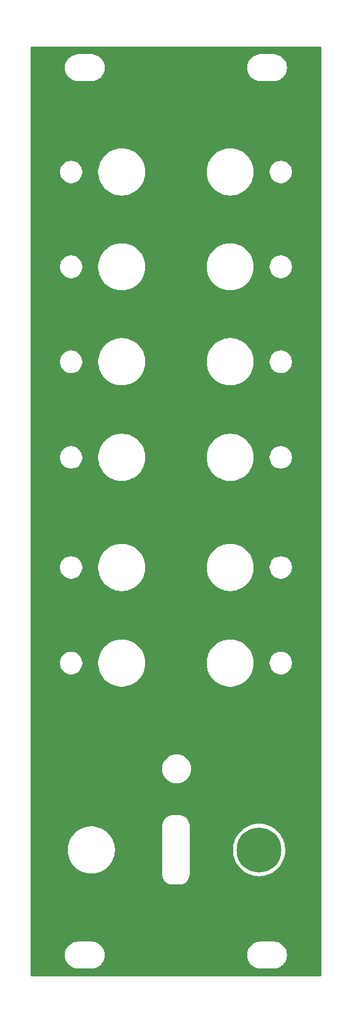
<source format=gbr>
G04 #@! TF.GenerationSoftware,KiCad,Pcbnew,8.0.4*
G04 #@! TF.CreationDate,2024-08-08T15:14:59+01:00*
G04 #@! TF.ProjectId,MidiMonger_panel,4d696469-4d6f-46e6-9765-725f70616e65,rev?*
G04 #@! TF.SameCoordinates,Original*
G04 #@! TF.FileFunction,Copper,L1,Top*
G04 #@! TF.FilePolarity,Positive*
%FSLAX46Y46*%
G04 Gerber Fmt 4.6, Leading zero omitted, Abs format (unit mm)*
G04 Created by KiCad (PCBNEW 8.0.4) date 2024-08-08 15:14:59*
%MOMM*%
%LPD*%
G01*
G04 APERTURE LIST*
G04 #@! TA.AperFunction,WasherPad*
%ADD10C,6.200000*%
G04 #@! TD*
G04 APERTURE END LIST*
D10*
X131500000Y-146000000D03*
G04 #@! TA.AperFunction,NonConductor*
G36*
X140016621Y-35095502D02*
G01*
X140063114Y-35149158D01*
X140074500Y-35201500D01*
X140074500Y-163298500D01*
X140054498Y-163366621D01*
X140000842Y-163413114D01*
X139948500Y-163424500D01*
X100051500Y-163424500D01*
X99983379Y-163404498D01*
X99936886Y-163350842D01*
X99925500Y-163298500D01*
X99925500Y-160378709D01*
X104649500Y-160378709D01*
X104649500Y-160621290D01*
X104681160Y-160861782D01*
X104743944Y-161096095D01*
X104743945Y-161096097D01*
X104743946Y-161096100D01*
X104836776Y-161320212D01*
X104836777Y-161320213D01*
X104836782Y-161320224D01*
X104958061Y-161530285D01*
X104958063Y-161530288D01*
X104958064Y-161530289D01*
X105105735Y-161722738D01*
X105105739Y-161722742D01*
X105105744Y-161722748D01*
X105277251Y-161894255D01*
X105277256Y-161894259D01*
X105277262Y-161894265D01*
X105469711Y-162041936D01*
X105469714Y-162041938D01*
X105679775Y-162163217D01*
X105679779Y-162163218D01*
X105679788Y-162163224D01*
X105903900Y-162256054D01*
X106138211Y-162318838D01*
X106138215Y-162318838D01*
X106138217Y-162318839D01*
X106200202Y-162326999D01*
X106378712Y-162350500D01*
X106378719Y-162350500D01*
X108421281Y-162350500D01*
X108421288Y-162350500D01*
X108638637Y-162321885D01*
X108661782Y-162318839D01*
X108661782Y-162318838D01*
X108661789Y-162318838D01*
X108896100Y-162256054D01*
X109120212Y-162163224D01*
X109330289Y-162041936D01*
X109522738Y-161894265D01*
X109694265Y-161722738D01*
X109841936Y-161530289D01*
X109963224Y-161320212D01*
X110056054Y-161096100D01*
X110118838Y-160861789D01*
X110150500Y-160621288D01*
X110150500Y-160378712D01*
X110150500Y-160378709D01*
X129849500Y-160378709D01*
X129849500Y-160621290D01*
X129881160Y-160861782D01*
X129943944Y-161096095D01*
X129943945Y-161096097D01*
X129943946Y-161096100D01*
X130036776Y-161320212D01*
X130036777Y-161320213D01*
X130036782Y-161320224D01*
X130158061Y-161530285D01*
X130158063Y-161530288D01*
X130158064Y-161530289D01*
X130305735Y-161722738D01*
X130305739Y-161722742D01*
X130305744Y-161722748D01*
X130477251Y-161894255D01*
X130477256Y-161894259D01*
X130477262Y-161894265D01*
X130669711Y-162041936D01*
X130669714Y-162041938D01*
X130879775Y-162163217D01*
X130879779Y-162163218D01*
X130879788Y-162163224D01*
X131103900Y-162256054D01*
X131338211Y-162318838D01*
X131338215Y-162318838D01*
X131338217Y-162318839D01*
X131400202Y-162326999D01*
X131578712Y-162350500D01*
X131578719Y-162350500D01*
X133621281Y-162350500D01*
X133621288Y-162350500D01*
X133838637Y-162321885D01*
X133861782Y-162318839D01*
X133861782Y-162318838D01*
X133861789Y-162318838D01*
X134096100Y-162256054D01*
X134320212Y-162163224D01*
X134530289Y-162041936D01*
X134722738Y-161894265D01*
X134894265Y-161722738D01*
X135041936Y-161530289D01*
X135163224Y-161320212D01*
X135256054Y-161096100D01*
X135318838Y-160861789D01*
X135350500Y-160621288D01*
X135350500Y-160378712D01*
X135318838Y-160138211D01*
X135256054Y-159903900D01*
X135163224Y-159679788D01*
X135163218Y-159679779D01*
X135163217Y-159679775D01*
X135041938Y-159469714D01*
X135041936Y-159469711D01*
X134894265Y-159277262D01*
X134894259Y-159277256D01*
X134894255Y-159277251D01*
X134722748Y-159105744D01*
X134722742Y-159105739D01*
X134722738Y-159105735D01*
X134530289Y-158958064D01*
X134530288Y-158958063D01*
X134530285Y-158958061D01*
X134320224Y-158836782D01*
X134320216Y-158836778D01*
X134320212Y-158836776D01*
X134096100Y-158743946D01*
X134096097Y-158743945D01*
X134096095Y-158743944D01*
X133861782Y-158681160D01*
X133621290Y-158649500D01*
X133621288Y-158649500D01*
X131578712Y-158649500D01*
X131578709Y-158649500D01*
X131338217Y-158681160D01*
X131103904Y-158743944D01*
X131103900Y-158743946D01*
X130879786Y-158836777D01*
X130879775Y-158836782D01*
X130669714Y-158958061D01*
X130477262Y-159105735D01*
X130477251Y-159105744D01*
X130305744Y-159277251D01*
X130305735Y-159277262D01*
X130158061Y-159469714D01*
X130036782Y-159679775D01*
X130036777Y-159679786D01*
X129943946Y-159903900D01*
X129943944Y-159903904D01*
X129881160Y-160138217D01*
X129849500Y-160378709D01*
X110150500Y-160378709D01*
X110118838Y-160138211D01*
X110056054Y-159903900D01*
X109963224Y-159679788D01*
X109963218Y-159679779D01*
X109963217Y-159679775D01*
X109841938Y-159469714D01*
X109841936Y-159469711D01*
X109694265Y-159277262D01*
X109694259Y-159277256D01*
X109694255Y-159277251D01*
X109522748Y-159105744D01*
X109522742Y-159105739D01*
X109522738Y-159105735D01*
X109330289Y-158958064D01*
X109330288Y-158958063D01*
X109330285Y-158958061D01*
X109120224Y-158836782D01*
X109120216Y-158836778D01*
X109120212Y-158836776D01*
X108896100Y-158743946D01*
X108896097Y-158743945D01*
X108896095Y-158743944D01*
X108661782Y-158681160D01*
X108421290Y-158649500D01*
X108421288Y-158649500D01*
X106378712Y-158649500D01*
X106378709Y-158649500D01*
X106138217Y-158681160D01*
X105903904Y-158743944D01*
X105903900Y-158743946D01*
X105679786Y-158836777D01*
X105679775Y-158836782D01*
X105469714Y-158958061D01*
X105277262Y-159105735D01*
X105277251Y-159105744D01*
X105105744Y-159277251D01*
X105105735Y-159277262D01*
X104958061Y-159469714D01*
X104836782Y-159679775D01*
X104836777Y-159679786D01*
X104743946Y-159903900D01*
X104743944Y-159903904D01*
X104681160Y-160138217D01*
X104649500Y-160378709D01*
X99925500Y-160378709D01*
X99925500Y-145840306D01*
X105049500Y-145840306D01*
X105049500Y-146159693D01*
X105080802Y-146477508D01*
X105080804Y-146477523D01*
X105143111Y-146790760D01*
X105235820Y-147096381D01*
X105235821Y-147096385D01*
X105358039Y-147391444D01*
X105508592Y-147673108D01*
X105686020Y-147938649D01*
X105686031Y-147938664D01*
X105888628Y-148185528D01*
X105888646Y-148185548D01*
X106114451Y-148411353D01*
X106114471Y-148411371D01*
X106122392Y-148417872D01*
X106361344Y-148613975D01*
X106626894Y-148791409D01*
X106908556Y-148941961D01*
X107203619Y-149064180D01*
X107509240Y-149156889D01*
X107822477Y-149219196D01*
X108140313Y-149250500D01*
X108140322Y-149250500D01*
X108459678Y-149250500D01*
X108459687Y-149250500D01*
X108777523Y-149219196D01*
X109090760Y-149156889D01*
X109396381Y-149064180D01*
X109691444Y-148941961D01*
X109973106Y-148791409D01*
X110238656Y-148613975D01*
X110485535Y-148411366D01*
X110711366Y-148185535D01*
X110913975Y-147938656D01*
X111091409Y-147673106D01*
X111241961Y-147391444D01*
X111364180Y-147096381D01*
X111456889Y-146790760D01*
X111519196Y-146477523D01*
X111550500Y-146159687D01*
X111550500Y-145840313D01*
X111519196Y-145522477D01*
X111456889Y-145209240D01*
X111364180Y-144903619D01*
X111241961Y-144608556D01*
X111091409Y-144326894D01*
X110913975Y-144061344D01*
X110711366Y-143814465D01*
X110711362Y-143814461D01*
X110711353Y-143814451D01*
X110485548Y-143588646D01*
X110485528Y-143588628D01*
X110238664Y-143386031D01*
X110238649Y-143386020D01*
X109973108Y-143208592D01*
X109691444Y-143058039D01*
X109396385Y-142935821D01*
X109396381Y-142935820D01*
X109090760Y-142843111D01*
X108881935Y-142801573D01*
X108777524Y-142780804D01*
X108777508Y-142780802D01*
X108459693Y-142749500D01*
X108459687Y-142749500D01*
X108140313Y-142749500D01*
X108140306Y-142749500D01*
X107822491Y-142780802D01*
X107822475Y-142780804D01*
X107613652Y-142822342D01*
X107509240Y-142843111D01*
X107356429Y-142889465D01*
X107203618Y-142935820D01*
X107203614Y-142935821D01*
X106908555Y-143058039D01*
X106626891Y-143208592D01*
X106361350Y-143386020D01*
X106361335Y-143386031D01*
X106114471Y-143588628D01*
X106114451Y-143588646D01*
X105888646Y-143814451D01*
X105888628Y-143814471D01*
X105686031Y-144061335D01*
X105686020Y-144061350D01*
X105508592Y-144326891D01*
X105358039Y-144608555D01*
X105235821Y-144903614D01*
X105235820Y-144903618D01*
X105143111Y-145209241D01*
X105080804Y-145522475D01*
X105080802Y-145522491D01*
X105049500Y-145840306D01*
X99925500Y-145840306D01*
X99925500Y-142639711D01*
X118123914Y-142639711D01*
X118124500Y-142643587D01*
X118124500Y-149375469D01*
X118124500Y-149400000D01*
X118124500Y-149508254D01*
X118155571Y-149704423D01*
X118158371Y-149722102D01*
X118219908Y-149911494D01*
X118225274Y-149928009D01*
X118323567Y-150120919D01*
X118393168Y-150216717D01*
X118450829Y-150296080D01*
X118603919Y-150449170D01*
X118603922Y-150449172D01*
X118779081Y-150576433D01*
X118971991Y-150674726D01*
X119177897Y-150741628D01*
X119177898Y-150741628D01*
X119177903Y-150741630D01*
X119391746Y-150775500D01*
X119484982Y-150775500D01*
X120456413Y-150775500D01*
X120460288Y-150776085D01*
X120476569Y-150775848D01*
X120476570Y-150775849D01*
X120498963Y-150775523D01*
X120499657Y-150775513D01*
X120501489Y-150775500D01*
X120524128Y-150775500D01*
X120527677Y-150775124D01*
X120609852Y-150773989D01*
X120824236Y-150737148D01*
X121030319Y-150667524D01*
X121223120Y-150566798D01*
X121397978Y-150437405D01*
X121550667Y-150282473D01*
X121677496Y-150105746D01*
X121775400Y-149911497D01*
X121842012Y-149704421D01*
X121875722Y-149489522D01*
X121875640Y-149380759D01*
X121875639Y-149356227D01*
X121875638Y-149356226D01*
X121875638Y-149336768D01*
X121875500Y-149335895D01*
X121875500Y-145999993D01*
X127886548Y-145999993D01*
X127886548Y-146000006D01*
X127906341Y-146377700D01*
X127965510Y-146751277D01*
X128063404Y-147116624D01*
X128198942Y-147469713D01*
X128198946Y-147469721D01*
X128370659Y-147806726D01*
X128576650Y-148123926D01*
X128576662Y-148123943D01*
X128814669Y-148417857D01*
X128814683Y-148417872D01*
X129082127Y-148685316D01*
X129082142Y-148685330D01*
X129376056Y-148923337D01*
X129376073Y-148923349D01*
X129555082Y-149039598D01*
X129693274Y-149129341D01*
X130030277Y-149301053D01*
X130030281Y-149301054D01*
X130030286Y-149301057D01*
X130383375Y-149436595D01*
X130383380Y-149436596D01*
X130383382Y-149436597D01*
X130748721Y-149534489D01*
X131122291Y-149593657D01*
X131122293Y-149593657D01*
X131122299Y-149593658D01*
X131499994Y-149613452D01*
X131500000Y-149613452D01*
X131500006Y-149613452D01*
X131877700Y-149593658D01*
X131877704Y-149593657D01*
X131877709Y-149593657D01*
X132251279Y-149534489D01*
X132616618Y-149436597D01*
X132616621Y-149436595D01*
X132616624Y-149436595D01*
X132969713Y-149301057D01*
X132969714Y-149301056D01*
X132969723Y-149301053D01*
X133306726Y-149129341D01*
X133623934Y-148923344D01*
X133786860Y-148791409D01*
X133917857Y-148685330D01*
X133917862Y-148685324D01*
X133917871Y-148685318D01*
X134185318Y-148417871D01*
X134185324Y-148417862D01*
X134185330Y-148417857D01*
X134423337Y-148123943D01*
X134423338Y-148123940D01*
X134423344Y-148123934D01*
X134629341Y-147806726D01*
X134801053Y-147469723D01*
X134801057Y-147469713D01*
X134936595Y-147116624D01*
X135023910Y-146790760D01*
X135034489Y-146751279D01*
X135093657Y-146377709D01*
X135093657Y-146377704D01*
X135093658Y-146377700D01*
X135113452Y-146000006D01*
X135113452Y-145999993D01*
X135093658Y-145622299D01*
X135077847Y-145522475D01*
X135034489Y-145248721D01*
X134936597Y-144883382D01*
X134936596Y-144883380D01*
X134936595Y-144883375D01*
X134801057Y-144530286D01*
X134801053Y-144530278D01*
X134801053Y-144530277D01*
X134629341Y-144193274D01*
X134423344Y-143876066D01*
X134423337Y-143876056D01*
X134185330Y-143582142D01*
X134185316Y-143582127D01*
X133917872Y-143314683D01*
X133917857Y-143314669D01*
X133623943Y-143076662D01*
X133623926Y-143076650D01*
X133306726Y-142870659D01*
X132969721Y-142698946D01*
X132969713Y-142698942D01*
X132616624Y-142563404D01*
X132251277Y-142465510D01*
X131877700Y-142406341D01*
X131500006Y-142386548D01*
X131499994Y-142386548D01*
X131122299Y-142406341D01*
X130748722Y-142465510D01*
X130383375Y-142563404D01*
X130030286Y-142698942D01*
X130030278Y-142698946D01*
X129693273Y-142870659D01*
X129376073Y-143076650D01*
X129376056Y-143076662D01*
X129082142Y-143314669D01*
X129082127Y-143314683D01*
X128814683Y-143582127D01*
X128814669Y-143582142D01*
X128576662Y-143876056D01*
X128576650Y-143876073D01*
X128370659Y-144193273D01*
X128198946Y-144530278D01*
X128198942Y-144530286D01*
X128063404Y-144883375D01*
X127965510Y-145248722D01*
X127906341Y-145622299D01*
X127886548Y-145999993D01*
X121875500Y-145999993D01*
X121875500Y-142664183D01*
X121875638Y-142663312D01*
X121875638Y-142643773D01*
X121875639Y-142643773D01*
X121875640Y-142619241D01*
X121875639Y-142619241D01*
X121875721Y-142510478D01*
X121842011Y-142295579D01*
X121775399Y-142088503D01*
X121677495Y-141894254D01*
X121670971Y-141885164D01*
X121571177Y-141746109D01*
X121550666Y-141717528D01*
X121397977Y-141562596D01*
X121223119Y-141433203D01*
X121223113Y-141433200D01*
X121223112Y-141433199D01*
X121030319Y-141332477D01*
X120824233Y-141262852D01*
X120609847Y-141226011D01*
X120527636Y-141224875D01*
X120524079Y-141224500D01*
X120515018Y-141224500D01*
X120501489Y-141224500D01*
X120499657Y-141224487D01*
X120460288Y-141223914D01*
X120456413Y-141224500D01*
X119543587Y-141224500D01*
X119539711Y-141223914D01*
X119500343Y-141224487D01*
X119498511Y-141224500D01*
X119476195Y-141224500D01*
X119472351Y-141224907D01*
X119391183Y-141226126D01*
X119178787Y-141262305D01*
X119178785Y-141262305D01*
X119178783Y-141262306D01*
X119109902Y-141285353D01*
X118974458Y-141330673D01*
X118974452Y-141330676D01*
X118783050Y-141429608D01*
X118783049Y-141429608D01*
X118609114Y-141556754D01*
X118609106Y-141556761D01*
X118456761Y-141709106D01*
X118456754Y-141709114D01*
X118329608Y-141883049D01*
X118329608Y-141883050D01*
X118230676Y-142074452D01*
X118230673Y-142074458D01*
X118162305Y-142278787D01*
X118126126Y-142491183D01*
X118124907Y-142572351D01*
X118124500Y-142576195D01*
X118124500Y-142598510D01*
X118124487Y-142600342D01*
X118123914Y-142639711D01*
X99925500Y-142639711D01*
X99925500Y-134668878D01*
X118099500Y-134668878D01*
X118099500Y-134931121D01*
X118133728Y-135191108D01*
X118133729Y-135191114D01*
X118133730Y-135191116D01*
X118201602Y-135444419D01*
X118301957Y-135686697D01*
X118301958Y-135686698D01*
X118301963Y-135686709D01*
X118433073Y-135913799D01*
X118433077Y-135913805D01*
X118592710Y-136121842D01*
X118592729Y-136121863D01*
X118778136Y-136307270D01*
X118778157Y-136307289D01*
X118986194Y-136466922D01*
X118986200Y-136466926D01*
X119213290Y-136598036D01*
X119213294Y-136598037D01*
X119213303Y-136598043D01*
X119455581Y-136698398D01*
X119708884Y-136766270D01*
X119708890Y-136766270D01*
X119708891Y-136766271D01*
X119733900Y-136769563D01*
X119968880Y-136800500D01*
X119968887Y-136800500D01*
X120231113Y-136800500D01*
X120231120Y-136800500D01*
X120491116Y-136766270D01*
X120744419Y-136698398D01*
X120986697Y-136598043D01*
X121213803Y-136466924D01*
X121421851Y-136307282D01*
X121607282Y-136121851D01*
X121766924Y-135913803D01*
X121898043Y-135686697D01*
X121998398Y-135444419D01*
X122066270Y-135191116D01*
X122100500Y-134931120D01*
X122100500Y-134668880D01*
X122066270Y-134408884D01*
X121998398Y-134155581D01*
X121898043Y-133913303D01*
X121898037Y-133913294D01*
X121898036Y-133913290D01*
X121766926Y-133686200D01*
X121766922Y-133686194D01*
X121607289Y-133478157D01*
X121607270Y-133478136D01*
X121421863Y-133292729D01*
X121421842Y-133292710D01*
X121213805Y-133133077D01*
X121213799Y-133133073D01*
X120986709Y-133001963D01*
X120986701Y-133001959D01*
X120986697Y-133001957D01*
X120744419Y-132901602D01*
X120491116Y-132833730D01*
X120491114Y-132833729D01*
X120491108Y-132833728D01*
X120231121Y-132799500D01*
X120231120Y-132799500D01*
X119968880Y-132799500D01*
X119968878Y-132799500D01*
X119708891Y-132833728D01*
X119455581Y-132901602D01*
X119213301Y-133001958D01*
X119213290Y-133001963D01*
X118986200Y-133133073D01*
X118986194Y-133133077D01*
X118778157Y-133292710D01*
X118778136Y-133292729D01*
X118592729Y-133478136D01*
X118592710Y-133478157D01*
X118433077Y-133686194D01*
X118433073Y-133686200D01*
X118301963Y-133913290D01*
X118301958Y-133913301D01*
X118201602Y-134155581D01*
X118133728Y-134408891D01*
X118099500Y-134668878D01*
X99925500Y-134668878D01*
X99925500Y-120200000D01*
X103925000Y-120200000D01*
X104050000Y-120800000D01*
X104300000Y-121200000D01*
X104700000Y-121550000D01*
X105099994Y-121699998D01*
X105099995Y-121699998D01*
X105100000Y-121700000D01*
X105500000Y-121775000D01*
X105925000Y-121700000D01*
X106300000Y-121550000D01*
X106700000Y-121200000D01*
X106950000Y-120800000D01*
X107075000Y-120200000D01*
X107041730Y-120040306D01*
X109249500Y-120040306D01*
X109249500Y-120359693D01*
X109280802Y-120677508D01*
X109280804Y-120677523D01*
X109343111Y-120990760D01*
X109406583Y-121199998D01*
X109435820Y-121296381D01*
X109435821Y-121296385D01*
X109558039Y-121591444D01*
X109708592Y-121873108D01*
X109886020Y-122138649D01*
X109886031Y-122138664D01*
X110088628Y-122385528D01*
X110088646Y-122385548D01*
X110314451Y-122611353D01*
X110314461Y-122611362D01*
X110314465Y-122611366D01*
X110561344Y-122813975D01*
X110826894Y-122991409D01*
X111108556Y-123141961D01*
X111403619Y-123264180D01*
X111709240Y-123356889D01*
X112022477Y-123419196D01*
X112340313Y-123450500D01*
X112340322Y-123450500D01*
X112659678Y-123450500D01*
X112659687Y-123450500D01*
X112977523Y-123419196D01*
X113290760Y-123356889D01*
X113596381Y-123264180D01*
X113891444Y-123141961D01*
X114173106Y-122991409D01*
X114438656Y-122813975D01*
X114685535Y-122611366D01*
X114911366Y-122385535D01*
X115113975Y-122138656D01*
X115291409Y-121873106D01*
X115441961Y-121591444D01*
X115564180Y-121296381D01*
X115656889Y-120990760D01*
X115719196Y-120677523D01*
X115750500Y-120359687D01*
X115750500Y-120040313D01*
X115750499Y-120040306D01*
X124249500Y-120040306D01*
X124249500Y-120359693D01*
X124280802Y-120677508D01*
X124280804Y-120677523D01*
X124343111Y-120990760D01*
X124406583Y-121199998D01*
X124435820Y-121296381D01*
X124435821Y-121296385D01*
X124558039Y-121591444D01*
X124708592Y-121873108D01*
X124886020Y-122138649D01*
X124886031Y-122138664D01*
X125088628Y-122385528D01*
X125088646Y-122385548D01*
X125314451Y-122611353D01*
X125314461Y-122611362D01*
X125314465Y-122611366D01*
X125561344Y-122813975D01*
X125826894Y-122991409D01*
X126108556Y-123141961D01*
X126403619Y-123264180D01*
X126709240Y-123356889D01*
X127022477Y-123419196D01*
X127340313Y-123450500D01*
X127340322Y-123450500D01*
X127659678Y-123450500D01*
X127659687Y-123450500D01*
X127977523Y-123419196D01*
X128290760Y-123356889D01*
X128596381Y-123264180D01*
X128891444Y-123141961D01*
X129173106Y-122991409D01*
X129438656Y-122813975D01*
X129685535Y-122611366D01*
X129911366Y-122385535D01*
X130113975Y-122138656D01*
X130291409Y-121873106D01*
X130441961Y-121591444D01*
X130564180Y-121296381D01*
X130656889Y-120990760D01*
X130719196Y-120677523D01*
X130750500Y-120359687D01*
X130750500Y-120200000D01*
X132925000Y-120200000D01*
X133050000Y-120800000D01*
X133300000Y-121200000D01*
X133700000Y-121550000D01*
X134099994Y-121699998D01*
X134099995Y-121699998D01*
X134100000Y-121700000D01*
X134500000Y-121775000D01*
X134925000Y-121700000D01*
X135300000Y-121550000D01*
X135700000Y-121200000D01*
X135950000Y-120800000D01*
X136075000Y-120200000D01*
X135950000Y-119600000D01*
X135700000Y-119200000D01*
X135300000Y-118850000D01*
X135299999Y-118849999D01*
X134900005Y-118700001D01*
X134899994Y-118699998D01*
X134500000Y-118625000D01*
X134100005Y-118699998D01*
X134099994Y-118700001D01*
X133700000Y-118849999D01*
X133300001Y-119199999D01*
X133299999Y-119200001D01*
X133050001Y-119599997D01*
X133050000Y-119599999D01*
X133050000Y-119600000D01*
X132925000Y-120200000D01*
X130750500Y-120200000D01*
X130750500Y-120040313D01*
X130719196Y-119722477D01*
X130656889Y-119409240D01*
X130564180Y-119103619D01*
X130441961Y-118808556D01*
X130291409Y-118526894D01*
X130113975Y-118261344D01*
X129911366Y-118014465D01*
X129911362Y-118014461D01*
X129911353Y-118014451D01*
X129685548Y-117788646D01*
X129685528Y-117788628D01*
X129438664Y-117586031D01*
X129438649Y-117586020D01*
X129173108Y-117408592D01*
X128891444Y-117258039D01*
X128596385Y-117135821D01*
X128596381Y-117135820D01*
X128290760Y-117043111D01*
X128081935Y-117001573D01*
X127977524Y-116980804D01*
X127977508Y-116980802D01*
X127659693Y-116949500D01*
X127659687Y-116949500D01*
X127340313Y-116949500D01*
X127340306Y-116949500D01*
X127022491Y-116980802D01*
X127022475Y-116980804D01*
X126813652Y-117022342D01*
X126709240Y-117043111D01*
X126556429Y-117089465D01*
X126403618Y-117135820D01*
X126403614Y-117135821D01*
X126108555Y-117258039D01*
X125826891Y-117408592D01*
X125561350Y-117586020D01*
X125561335Y-117586031D01*
X125314471Y-117788628D01*
X125314451Y-117788646D01*
X125088646Y-118014451D01*
X125088628Y-118014471D01*
X124886031Y-118261335D01*
X124886020Y-118261350D01*
X124708592Y-118526891D01*
X124558039Y-118808555D01*
X124435821Y-119103614D01*
X124435820Y-119103618D01*
X124343111Y-119409241D01*
X124280804Y-119722475D01*
X124280802Y-119722491D01*
X124249500Y-120040306D01*
X115750499Y-120040306D01*
X115719196Y-119722477D01*
X115656889Y-119409240D01*
X115564180Y-119103619D01*
X115441961Y-118808556D01*
X115291409Y-118526894D01*
X115113975Y-118261344D01*
X114911366Y-118014465D01*
X114911362Y-118014461D01*
X114911353Y-118014451D01*
X114685548Y-117788646D01*
X114685528Y-117788628D01*
X114438664Y-117586031D01*
X114438649Y-117586020D01*
X114173108Y-117408592D01*
X113891444Y-117258039D01*
X113596385Y-117135821D01*
X113596381Y-117135820D01*
X113290760Y-117043111D01*
X113081935Y-117001573D01*
X112977524Y-116980804D01*
X112977508Y-116980802D01*
X112659693Y-116949500D01*
X112659687Y-116949500D01*
X112340313Y-116949500D01*
X112340306Y-116949500D01*
X112022491Y-116980802D01*
X112022475Y-116980804D01*
X111813652Y-117022342D01*
X111709240Y-117043111D01*
X111556429Y-117089465D01*
X111403618Y-117135820D01*
X111403614Y-117135821D01*
X111108555Y-117258039D01*
X110826891Y-117408592D01*
X110561350Y-117586020D01*
X110561335Y-117586031D01*
X110314471Y-117788628D01*
X110314451Y-117788646D01*
X110088646Y-118014451D01*
X110088628Y-118014471D01*
X109886031Y-118261335D01*
X109886020Y-118261350D01*
X109708592Y-118526891D01*
X109558039Y-118808555D01*
X109435821Y-119103614D01*
X109435820Y-119103618D01*
X109343111Y-119409241D01*
X109280804Y-119722475D01*
X109280802Y-119722491D01*
X109249500Y-120040306D01*
X107041730Y-120040306D01*
X106950000Y-119600000D01*
X106700000Y-119200000D01*
X106300000Y-118850000D01*
X106299999Y-118849999D01*
X105900005Y-118700001D01*
X105899994Y-118699998D01*
X105500000Y-118625000D01*
X105100005Y-118699998D01*
X105099994Y-118700001D01*
X104700000Y-118849999D01*
X104300001Y-119199999D01*
X104299999Y-119200001D01*
X104050001Y-119599997D01*
X104050000Y-119599999D01*
X104050000Y-119600000D01*
X103925000Y-120200000D01*
X99925500Y-120200000D01*
X99925500Y-107000000D01*
X103925000Y-107000000D01*
X104050000Y-107600000D01*
X104300000Y-108000000D01*
X104700000Y-108350000D01*
X105099994Y-108499998D01*
X105099995Y-108499998D01*
X105100000Y-108500000D01*
X105500000Y-108575000D01*
X105925000Y-108500000D01*
X106300000Y-108350000D01*
X106700000Y-108000000D01*
X106950000Y-107600000D01*
X107075000Y-107000000D01*
X107041730Y-106840306D01*
X109249500Y-106840306D01*
X109249500Y-107159693D01*
X109280802Y-107477508D01*
X109280804Y-107477523D01*
X109343111Y-107790760D01*
X109406583Y-107999998D01*
X109435820Y-108096381D01*
X109435821Y-108096385D01*
X109558039Y-108391444D01*
X109708592Y-108673108D01*
X109886020Y-108938649D01*
X109886031Y-108938664D01*
X110088628Y-109185528D01*
X110088646Y-109185548D01*
X110314451Y-109411353D01*
X110314461Y-109411362D01*
X110314465Y-109411366D01*
X110561344Y-109613975D01*
X110826894Y-109791409D01*
X111108556Y-109941961D01*
X111403619Y-110064180D01*
X111709240Y-110156889D01*
X112022477Y-110219196D01*
X112340313Y-110250500D01*
X112340322Y-110250500D01*
X112659678Y-110250500D01*
X112659687Y-110250500D01*
X112977523Y-110219196D01*
X113290760Y-110156889D01*
X113596381Y-110064180D01*
X113891444Y-109941961D01*
X114173106Y-109791409D01*
X114438656Y-109613975D01*
X114685535Y-109411366D01*
X114911366Y-109185535D01*
X115113975Y-108938656D01*
X115291409Y-108673106D01*
X115441961Y-108391444D01*
X115564180Y-108096381D01*
X115656889Y-107790760D01*
X115719196Y-107477523D01*
X115750500Y-107159687D01*
X115750500Y-106840313D01*
X115750499Y-106840306D01*
X124249500Y-106840306D01*
X124249500Y-107159693D01*
X124280802Y-107477508D01*
X124280804Y-107477523D01*
X124343111Y-107790760D01*
X124406583Y-107999998D01*
X124435820Y-108096381D01*
X124435821Y-108096385D01*
X124558039Y-108391444D01*
X124708592Y-108673108D01*
X124886020Y-108938649D01*
X124886031Y-108938664D01*
X125088628Y-109185528D01*
X125088646Y-109185548D01*
X125314451Y-109411353D01*
X125314461Y-109411362D01*
X125314465Y-109411366D01*
X125561344Y-109613975D01*
X125826894Y-109791409D01*
X126108556Y-109941961D01*
X126403619Y-110064180D01*
X126709240Y-110156889D01*
X127022477Y-110219196D01*
X127340313Y-110250500D01*
X127340322Y-110250500D01*
X127659678Y-110250500D01*
X127659687Y-110250500D01*
X127977523Y-110219196D01*
X128290760Y-110156889D01*
X128596381Y-110064180D01*
X128891444Y-109941961D01*
X129173106Y-109791409D01*
X129438656Y-109613975D01*
X129685535Y-109411366D01*
X129911366Y-109185535D01*
X130113975Y-108938656D01*
X130291409Y-108673106D01*
X130441961Y-108391444D01*
X130564180Y-108096381D01*
X130656889Y-107790760D01*
X130719196Y-107477523D01*
X130750500Y-107159687D01*
X130750500Y-107000000D01*
X132925000Y-107000000D01*
X133050000Y-107600000D01*
X133300000Y-108000000D01*
X133700000Y-108350000D01*
X134099994Y-108499998D01*
X134099995Y-108499998D01*
X134100000Y-108500000D01*
X134500000Y-108575000D01*
X134925000Y-108500000D01*
X135300000Y-108350000D01*
X135700000Y-108000000D01*
X135950000Y-107600000D01*
X136075000Y-107000000D01*
X135950000Y-106400000D01*
X135700000Y-106000000D01*
X135300000Y-105650000D01*
X135299999Y-105649999D01*
X134900005Y-105500001D01*
X134899994Y-105499998D01*
X134500000Y-105425000D01*
X134100005Y-105499998D01*
X134099994Y-105500001D01*
X133700000Y-105649999D01*
X133300001Y-105999999D01*
X133299999Y-106000001D01*
X133050001Y-106399997D01*
X133050000Y-106399999D01*
X133050000Y-106400000D01*
X132925000Y-107000000D01*
X130750500Y-107000000D01*
X130750500Y-106840313D01*
X130719196Y-106522477D01*
X130656889Y-106209240D01*
X130564180Y-105903619D01*
X130441961Y-105608556D01*
X130291409Y-105326894D01*
X130113975Y-105061344D01*
X129911366Y-104814465D01*
X129911362Y-104814461D01*
X129911353Y-104814451D01*
X129685548Y-104588646D01*
X129685528Y-104588628D01*
X129438664Y-104386031D01*
X129438649Y-104386020D01*
X129173108Y-104208592D01*
X128891444Y-104058039D01*
X128596385Y-103935821D01*
X128596381Y-103935820D01*
X128290760Y-103843111D01*
X128081935Y-103801573D01*
X127977524Y-103780804D01*
X127977508Y-103780802D01*
X127659693Y-103749500D01*
X127659687Y-103749500D01*
X127340313Y-103749500D01*
X127340306Y-103749500D01*
X127022491Y-103780802D01*
X127022475Y-103780804D01*
X126813652Y-103822342D01*
X126709240Y-103843111D01*
X126556429Y-103889465D01*
X126403618Y-103935820D01*
X126403614Y-103935821D01*
X126108555Y-104058039D01*
X125826891Y-104208592D01*
X125561350Y-104386020D01*
X125561335Y-104386031D01*
X125314471Y-104588628D01*
X125314451Y-104588646D01*
X125088646Y-104814451D01*
X125088628Y-104814471D01*
X124886031Y-105061335D01*
X124886020Y-105061350D01*
X124708592Y-105326891D01*
X124558039Y-105608555D01*
X124435821Y-105903614D01*
X124435820Y-105903618D01*
X124343111Y-106209241D01*
X124280804Y-106522475D01*
X124280802Y-106522491D01*
X124249500Y-106840306D01*
X115750499Y-106840306D01*
X115719196Y-106522477D01*
X115656889Y-106209240D01*
X115564180Y-105903619D01*
X115441961Y-105608556D01*
X115291409Y-105326894D01*
X115113975Y-105061344D01*
X114911366Y-104814465D01*
X114911362Y-104814461D01*
X114911353Y-104814451D01*
X114685548Y-104588646D01*
X114685528Y-104588628D01*
X114438664Y-104386031D01*
X114438649Y-104386020D01*
X114173108Y-104208592D01*
X113891444Y-104058039D01*
X113596385Y-103935821D01*
X113596381Y-103935820D01*
X113290760Y-103843111D01*
X113081935Y-103801573D01*
X112977524Y-103780804D01*
X112977508Y-103780802D01*
X112659693Y-103749500D01*
X112659687Y-103749500D01*
X112340313Y-103749500D01*
X112340306Y-103749500D01*
X112022491Y-103780802D01*
X112022475Y-103780804D01*
X111813652Y-103822342D01*
X111709240Y-103843111D01*
X111556429Y-103889465D01*
X111403618Y-103935820D01*
X111403614Y-103935821D01*
X111108555Y-104058039D01*
X110826891Y-104208592D01*
X110561350Y-104386020D01*
X110561335Y-104386031D01*
X110314471Y-104588628D01*
X110314451Y-104588646D01*
X110088646Y-104814451D01*
X110088628Y-104814471D01*
X109886031Y-105061335D01*
X109886020Y-105061350D01*
X109708592Y-105326891D01*
X109558039Y-105608555D01*
X109435821Y-105903614D01*
X109435820Y-105903618D01*
X109343111Y-106209241D01*
X109280804Y-106522475D01*
X109280802Y-106522491D01*
X109249500Y-106840306D01*
X107041730Y-106840306D01*
X106950000Y-106400000D01*
X106700000Y-106000000D01*
X106300000Y-105650000D01*
X106299999Y-105649999D01*
X105900005Y-105500001D01*
X105899994Y-105499998D01*
X105500000Y-105425000D01*
X105100005Y-105499998D01*
X105099994Y-105500001D01*
X104700000Y-105649999D01*
X104300001Y-105999999D01*
X104299999Y-106000001D01*
X104050001Y-106399997D01*
X104050000Y-106399999D01*
X104050000Y-106400000D01*
X103925000Y-107000000D01*
X99925500Y-107000000D01*
X99925500Y-91800000D01*
X103925000Y-91800000D01*
X104050000Y-92400000D01*
X104300000Y-92800000D01*
X104700000Y-93150000D01*
X105099994Y-93299998D01*
X105099995Y-93299998D01*
X105100000Y-93300000D01*
X105500000Y-93375000D01*
X105925000Y-93300000D01*
X106300000Y-93150000D01*
X106700000Y-92800000D01*
X106950000Y-92400000D01*
X107075000Y-91800000D01*
X107041730Y-91640306D01*
X109249500Y-91640306D01*
X109249500Y-91959693D01*
X109280802Y-92277508D01*
X109280804Y-92277523D01*
X109343111Y-92590760D01*
X109406583Y-92799998D01*
X109435820Y-92896381D01*
X109435821Y-92896385D01*
X109558039Y-93191444D01*
X109708592Y-93473108D01*
X109886020Y-93738649D01*
X109886031Y-93738664D01*
X110088628Y-93985528D01*
X110088646Y-93985548D01*
X110314451Y-94211353D01*
X110314461Y-94211362D01*
X110314465Y-94211366D01*
X110561344Y-94413975D01*
X110826894Y-94591409D01*
X111108556Y-94741961D01*
X111403619Y-94864180D01*
X111709240Y-94956889D01*
X112022477Y-95019196D01*
X112340313Y-95050500D01*
X112340322Y-95050500D01*
X112659678Y-95050500D01*
X112659687Y-95050500D01*
X112977523Y-95019196D01*
X113290760Y-94956889D01*
X113596381Y-94864180D01*
X113891444Y-94741961D01*
X114173106Y-94591409D01*
X114438656Y-94413975D01*
X114685535Y-94211366D01*
X114911366Y-93985535D01*
X115113975Y-93738656D01*
X115291409Y-93473106D01*
X115441961Y-93191444D01*
X115564180Y-92896381D01*
X115656889Y-92590760D01*
X115719196Y-92277523D01*
X115750500Y-91959687D01*
X115750500Y-91640313D01*
X115750499Y-91640306D01*
X124249500Y-91640306D01*
X124249500Y-91959693D01*
X124280802Y-92277508D01*
X124280804Y-92277523D01*
X124343111Y-92590760D01*
X124406583Y-92799998D01*
X124435820Y-92896381D01*
X124435821Y-92896385D01*
X124558039Y-93191444D01*
X124708592Y-93473108D01*
X124886020Y-93738649D01*
X124886031Y-93738664D01*
X125088628Y-93985528D01*
X125088646Y-93985548D01*
X125314451Y-94211353D01*
X125314461Y-94211362D01*
X125314465Y-94211366D01*
X125561344Y-94413975D01*
X125826894Y-94591409D01*
X126108556Y-94741961D01*
X126403619Y-94864180D01*
X126709240Y-94956889D01*
X127022477Y-95019196D01*
X127340313Y-95050500D01*
X127340322Y-95050500D01*
X127659678Y-95050500D01*
X127659687Y-95050500D01*
X127977523Y-95019196D01*
X128290760Y-94956889D01*
X128596381Y-94864180D01*
X128891444Y-94741961D01*
X129173106Y-94591409D01*
X129438656Y-94413975D01*
X129685535Y-94211366D01*
X129911366Y-93985535D01*
X130113975Y-93738656D01*
X130291409Y-93473106D01*
X130441961Y-93191444D01*
X130564180Y-92896381D01*
X130656889Y-92590760D01*
X130719196Y-92277523D01*
X130750500Y-91959687D01*
X130750500Y-91800000D01*
X132925000Y-91800000D01*
X133050000Y-92400000D01*
X133300000Y-92800000D01*
X133700000Y-93150000D01*
X134099994Y-93299998D01*
X134099995Y-93299998D01*
X134100000Y-93300000D01*
X134500000Y-93375000D01*
X134925000Y-93300000D01*
X135300000Y-93150000D01*
X135700000Y-92800000D01*
X135950000Y-92400000D01*
X136075000Y-91800000D01*
X135950000Y-91200000D01*
X135700000Y-90800000D01*
X135300000Y-90450000D01*
X135299999Y-90449999D01*
X134900005Y-90300001D01*
X134899994Y-90299998D01*
X134500000Y-90225000D01*
X134100005Y-90299998D01*
X134099994Y-90300001D01*
X133700000Y-90449999D01*
X133300001Y-90799999D01*
X133299999Y-90800001D01*
X133050001Y-91199997D01*
X133050000Y-91199999D01*
X133050000Y-91200000D01*
X132925000Y-91800000D01*
X130750500Y-91800000D01*
X130750500Y-91640313D01*
X130719196Y-91322477D01*
X130656889Y-91009240D01*
X130564180Y-90703619D01*
X130441961Y-90408556D01*
X130291409Y-90126894D01*
X130113975Y-89861344D01*
X129911366Y-89614465D01*
X129911362Y-89614461D01*
X129911353Y-89614451D01*
X129685548Y-89388646D01*
X129685528Y-89388628D01*
X129438664Y-89186031D01*
X129438649Y-89186020D01*
X129173108Y-89008592D01*
X128891444Y-88858039D01*
X128596385Y-88735821D01*
X128596381Y-88735820D01*
X128290760Y-88643111D01*
X128081935Y-88601573D01*
X127977524Y-88580804D01*
X127977508Y-88580802D01*
X127659693Y-88549500D01*
X127659687Y-88549500D01*
X127340313Y-88549500D01*
X127340306Y-88549500D01*
X127022491Y-88580802D01*
X127022475Y-88580804D01*
X126813652Y-88622342D01*
X126709240Y-88643111D01*
X126556429Y-88689465D01*
X126403618Y-88735820D01*
X126403614Y-88735821D01*
X126108555Y-88858039D01*
X125826891Y-89008592D01*
X125561350Y-89186020D01*
X125561335Y-89186031D01*
X125314471Y-89388628D01*
X125314451Y-89388646D01*
X125088646Y-89614451D01*
X125088628Y-89614471D01*
X124886031Y-89861335D01*
X124886020Y-89861350D01*
X124708592Y-90126891D01*
X124558039Y-90408555D01*
X124435821Y-90703614D01*
X124435820Y-90703618D01*
X124343111Y-91009241D01*
X124280804Y-91322475D01*
X124280802Y-91322491D01*
X124249500Y-91640306D01*
X115750499Y-91640306D01*
X115719196Y-91322477D01*
X115656889Y-91009240D01*
X115564180Y-90703619D01*
X115441961Y-90408556D01*
X115291409Y-90126894D01*
X115113975Y-89861344D01*
X114911366Y-89614465D01*
X114911362Y-89614461D01*
X114911353Y-89614451D01*
X114685548Y-89388646D01*
X114685528Y-89388628D01*
X114438664Y-89186031D01*
X114438649Y-89186020D01*
X114173108Y-89008592D01*
X113891444Y-88858039D01*
X113596385Y-88735821D01*
X113596381Y-88735820D01*
X113290760Y-88643111D01*
X113081935Y-88601573D01*
X112977524Y-88580804D01*
X112977508Y-88580802D01*
X112659693Y-88549500D01*
X112659687Y-88549500D01*
X112340313Y-88549500D01*
X112340306Y-88549500D01*
X112022491Y-88580802D01*
X112022475Y-88580804D01*
X111813652Y-88622342D01*
X111709240Y-88643111D01*
X111556429Y-88689465D01*
X111403618Y-88735820D01*
X111403614Y-88735821D01*
X111108555Y-88858039D01*
X110826891Y-89008592D01*
X110561350Y-89186020D01*
X110561335Y-89186031D01*
X110314471Y-89388628D01*
X110314451Y-89388646D01*
X110088646Y-89614451D01*
X110088628Y-89614471D01*
X109886031Y-89861335D01*
X109886020Y-89861350D01*
X109708592Y-90126891D01*
X109558039Y-90408555D01*
X109435821Y-90703614D01*
X109435820Y-90703618D01*
X109343111Y-91009241D01*
X109280804Y-91322475D01*
X109280802Y-91322491D01*
X109249500Y-91640306D01*
X107041730Y-91640306D01*
X106950000Y-91200000D01*
X106700000Y-90800000D01*
X106300000Y-90450000D01*
X106299999Y-90449999D01*
X105900005Y-90300001D01*
X105899994Y-90299998D01*
X105500000Y-90225000D01*
X105100005Y-90299998D01*
X105099994Y-90300001D01*
X104700000Y-90449999D01*
X104300001Y-90799999D01*
X104299999Y-90800001D01*
X104050001Y-91199997D01*
X104050000Y-91199999D01*
X104050000Y-91200000D01*
X103925000Y-91800000D01*
X99925500Y-91800000D01*
X99925500Y-78600000D01*
X103925000Y-78600000D01*
X104050000Y-79200000D01*
X104300000Y-79600000D01*
X104700000Y-79950000D01*
X105099994Y-80099998D01*
X105099995Y-80099998D01*
X105100000Y-80100000D01*
X105500000Y-80175000D01*
X105925000Y-80100000D01*
X106300000Y-79950000D01*
X106700000Y-79600000D01*
X106950000Y-79200000D01*
X107075000Y-78600000D01*
X107041730Y-78440306D01*
X109249500Y-78440306D01*
X109249500Y-78759693D01*
X109280802Y-79077508D01*
X109280804Y-79077523D01*
X109343111Y-79390760D01*
X109406583Y-79599998D01*
X109435820Y-79696381D01*
X109435821Y-79696385D01*
X109558039Y-79991444D01*
X109708592Y-80273108D01*
X109886020Y-80538649D01*
X109886031Y-80538664D01*
X110088628Y-80785528D01*
X110088646Y-80785548D01*
X110314451Y-81011353D01*
X110314461Y-81011362D01*
X110314465Y-81011366D01*
X110561344Y-81213975D01*
X110826894Y-81391409D01*
X111108556Y-81541961D01*
X111403619Y-81664180D01*
X111709240Y-81756889D01*
X112022477Y-81819196D01*
X112340313Y-81850500D01*
X112340322Y-81850500D01*
X112659678Y-81850500D01*
X112659687Y-81850500D01*
X112977523Y-81819196D01*
X113290760Y-81756889D01*
X113596381Y-81664180D01*
X113891444Y-81541961D01*
X114173106Y-81391409D01*
X114438656Y-81213975D01*
X114685535Y-81011366D01*
X114911366Y-80785535D01*
X115113975Y-80538656D01*
X115291409Y-80273106D01*
X115441961Y-79991444D01*
X115564180Y-79696381D01*
X115656889Y-79390760D01*
X115719196Y-79077523D01*
X115750500Y-78759687D01*
X115750500Y-78440313D01*
X115750499Y-78440306D01*
X124249500Y-78440306D01*
X124249500Y-78759693D01*
X124280802Y-79077508D01*
X124280804Y-79077523D01*
X124343111Y-79390760D01*
X124406583Y-79599998D01*
X124435820Y-79696381D01*
X124435821Y-79696385D01*
X124558039Y-79991444D01*
X124708592Y-80273108D01*
X124886020Y-80538649D01*
X124886031Y-80538664D01*
X125088628Y-80785528D01*
X125088646Y-80785548D01*
X125314451Y-81011353D01*
X125314461Y-81011362D01*
X125314465Y-81011366D01*
X125561344Y-81213975D01*
X125826894Y-81391409D01*
X126108556Y-81541961D01*
X126403619Y-81664180D01*
X126709240Y-81756889D01*
X127022477Y-81819196D01*
X127340313Y-81850500D01*
X127340322Y-81850500D01*
X127659678Y-81850500D01*
X127659687Y-81850500D01*
X127977523Y-81819196D01*
X128290760Y-81756889D01*
X128596381Y-81664180D01*
X128891444Y-81541961D01*
X129173106Y-81391409D01*
X129438656Y-81213975D01*
X129685535Y-81011366D01*
X129911366Y-80785535D01*
X130113975Y-80538656D01*
X130291409Y-80273106D01*
X130441961Y-79991444D01*
X130564180Y-79696381D01*
X130656889Y-79390760D01*
X130719196Y-79077523D01*
X130750500Y-78759687D01*
X130750500Y-78600000D01*
X132925000Y-78600000D01*
X133050000Y-79200000D01*
X133300000Y-79600000D01*
X133700000Y-79950000D01*
X134099994Y-80099998D01*
X134099995Y-80099998D01*
X134100000Y-80100000D01*
X134500000Y-80175000D01*
X134925000Y-80100000D01*
X135300000Y-79950000D01*
X135700000Y-79600000D01*
X135950000Y-79200000D01*
X136075000Y-78600000D01*
X135950000Y-78000000D01*
X135700000Y-77600000D01*
X135300000Y-77250000D01*
X135299999Y-77249999D01*
X134900005Y-77100001D01*
X134899994Y-77099998D01*
X134500000Y-77025000D01*
X134100005Y-77099998D01*
X134099994Y-77100001D01*
X133700000Y-77249999D01*
X133300001Y-77599999D01*
X133299999Y-77600001D01*
X133050001Y-77999997D01*
X133050000Y-77999999D01*
X133050000Y-78000000D01*
X132925000Y-78600000D01*
X130750500Y-78600000D01*
X130750500Y-78440313D01*
X130719196Y-78122477D01*
X130656889Y-77809240D01*
X130564180Y-77503619D01*
X130441961Y-77208556D01*
X130291409Y-76926894D01*
X130113975Y-76661344D01*
X129911366Y-76414465D01*
X129911362Y-76414461D01*
X129911353Y-76414451D01*
X129685548Y-76188646D01*
X129685528Y-76188628D01*
X129438664Y-75986031D01*
X129438649Y-75986020D01*
X129173108Y-75808592D01*
X128891444Y-75658039D01*
X128596385Y-75535821D01*
X128596381Y-75535820D01*
X128290760Y-75443111D01*
X128081935Y-75401573D01*
X127977524Y-75380804D01*
X127977508Y-75380802D01*
X127659693Y-75349500D01*
X127659687Y-75349500D01*
X127340313Y-75349500D01*
X127340306Y-75349500D01*
X127022491Y-75380802D01*
X127022475Y-75380804D01*
X126813652Y-75422342D01*
X126709240Y-75443111D01*
X126556429Y-75489465D01*
X126403618Y-75535820D01*
X126403614Y-75535821D01*
X126108555Y-75658039D01*
X125826891Y-75808592D01*
X125561350Y-75986020D01*
X125561335Y-75986031D01*
X125314471Y-76188628D01*
X125314451Y-76188646D01*
X125088646Y-76414451D01*
X125088628Y-76414471D01*
X124886031Y-76661335D01*
X124886020Y-76661350D01*
X124708592Y-76926891D01*
X124558039Y-77208555D01*
X124435821Y-77503614D01*
X124435820Y-77503618D01*
X124343111Y-77809241D01*
X124280804Y-78122475D01*
X124280802Y-78122491D01*
X124249500Y-78440306D01*
X115750499Y-78440306D01*
X115719196Y-78122477D01*
X115656889Y-77809240D01*
X115564180Y-77503619D01*
X115441961Y-77208556D01*
X115291409Y-76926894D01*
X115113975Y-76661344D01*
X114911366Y-76414465D01*
X114911362Y-76414461D01*
X114911353Y-76414451D01*
X114685548Y-76188646D01*
X114685528Y-76188628D01*
X114438664Y-75986031D01*
X114438649Y-75986020D01*
X114173108Y-75808592D01*
X113891444Y-75658039D01*
X113596385Y-75535821D01*
X113596381Y-75535820D01*
X113290760Y-75443111D01*
X113081935Y-75401573D01*
X112977524Y-75380804D01*
X112977508Y-75380802D01*
X112659693Y-75349500D01*
X112659687Y-75349500D01*
X112340313Y-75349500D01*
X112340306Y-75349500D01*
X112022491Y-75380802D01*
X112022475Y-75380804D01*
X111813652Y-75422342D01*
X111709240Y-75443111D01*
X111556429Y-75489465D01*
X111403618Y-75535820D01*
X111403614Y-75535821D01*
X111108555Y-75658039D01*
X110826891Y-75808592D01*
X110561350Y-75986020D01*
X110561335Y-75986031D01*
X110314471Y-76188628D01*
X110314451Y-76188646D01*
X110088646Y-76414451D01*
X110088628Y-76414471D01*
X109886031Y-76661335D01*
X109886020Y-76661350D01*
X109708592Y-76926891D01*
X109558039Y-77208555D01*
X109435821Y-77503614D01*
X109435820Y-77503618D01*
X109343111Y-77809241D01*
X109280804Y-78122475D01*
X109280802Y-78122491D01*
X109249500Y-78440306D01*
X107041730Y-78440306D01*
X106950000Y-78000000D01*
X106700000Y-77600000D01*
X106300000Y-77250000D01*
X106299999Y-77249999D01*
X105900005Y-77100001D01*
X105899994Y-77099998D01*
X105500000Y-77025000D01*
X105100005Y-77099998D01*
X105099994Y-77100001D01*
X104700000Y-77249999D01*
X104300001Y-77599999D01*
X104299999Y-77600001D01*
X104050001Y-77999997D01*
X104050000Y-77999999D01*
X104050000Y-78000000D01*
X103925000Y-78600000D01*
X99925500Y-78600000D01*
X99925500Y-65500000D01*
X103925000Y-65500000D01*
X104050000Y-66100000D01*
X104300000Y-66500000D01*
X104700000Y-66850000D01*
X105099994Y-66999998D01*
X105099995Y-66999998D01*
X105100000Y-67000000D01*
X105500000Y-67075000D01*
X105925000Y-67000000D01*
X106300000Y-66850000D01*
X106700000Y-66500000D01*
X106950000Y-66100000D01*
X107075000Y-65500000D01*
X107041730Y-65340306D01*
X109249500Y-65340306D01*
X109249500Y-65659693D01*
X109280802Y-65977508D01*
X109280804Y-65977523D01*
X109343111Y-66290760D01*
X109406583Y-66499998D01*
X109435820Y-66596381D01*
X109435821Y-66596385D01*
X109558039Y-66891444D01*
X109708592Y-67173108D01*
X109886020Y-67438649D01*
X109886031Y-67438664D01*
X110088628Y-67685528D01*
X110088646Y-67685548D01*
X110314451Y-67911353D01*
X110314461Y-67911362D01*
X110314465Y-67911366D01*
X110561344Y-68113975D01*
X110826894Y-68291409D01*
X111108556Y-68441961D01*
X111403619Y-68564180D01*
X111709240Y-68656889D01*
X112022477Y-68719196D01*
X112340313Y-68750500D01*
X112340322Y-68750500D01*
X112659678Y-68750500D01*
X112659687Y-68750500D01*
X112977523Y-68719196D01*
X113290760Y-68656889D01*
X113596381Y-68564180D01*
X113891444Y-68441961D01*
X114173106Y-68291409D01*
X114438656Y-68113975D01*
X114685535Y-67911366D01*
X114911366Y-67685535D01*
X115113975Y-67438656D01*
X115291409Y-67173106D01*
X115441961Y-66891444D01*
X115564180Y-66596381D01*
X115656889Y-66290760D01*
X115719196Y-65977523D01*
X115750500Y-65659687D01*
X115750500Y-65340313D01*
X115750499Y-65340306D01*
X124249500Y-65340306D01*
X124249500Y-65659693D01*
X124280802Y-65977508D01*
X124280804Y-65977523D01*
X124343111Y-66290760D01*
X124406583Y-66499998D01*
X124435820Y-66596381D01*
X124435821Y-66596385D01*
X124558039Y-66891444D01*
X124708592Y-67173108D01*
X124886020Y-67438649D01*
X124886031Y-67438664D01*
X125088628Y-67685528D01*
X125088646Y-67685548D01*
X125314451Y-67911353D01*
X125314461Y-67911362D01*
X125314465Y-67911366D01*
X125561344Y-68113975D01*
X125826894Y-68291409D01*
X126108556Y-68441961D01*
X126403619Y-68564180D01*
X126709240Y-68656889D01*
X127022477Y-68719196D01*
X127340313Y-68750500D01*
X127340322Y-68750500D01*
X127659678Y-68750500D01*
X127659687Y-68750500D01*
X127977523Y-68719196D01*
X128290760Y-68656889D01*
X128596381Y-68564180D01*
X128891444Y-68441961D01*
X129173106Y-68291409D01*
X129438656Y-68113975D01*
X129685535Y-67911366D01*
X129911366Y-67685535D01*
X130113975Y-67438656D01*
X130291409Y-67173106D01*
X130441961Y-66891444D01*
X130564180Y-66596381D01*
X130656889Y-66290760D01*
X130719196Y-65977523D01*
X130750500Y-65659687D01*
X130750500Y-65500000D01*
X132925000Y-65500000D01*
X133050000Y-66100000D01*
X133300000Y-66500000D01*
X133700000Y-66850000D01*
X134099994Y-66999998D01*
X134099995Y-66999998D01*
X134100000Y-67000000D01*
X134500000Y-67075000D01*
X134925000Y-67000000D01*
X135300000Y-66850000D01*
X135700000Y-66500000D01*
X135950000Y-66100000D01*
X136075000Y-65500000D01*
X135950000Y-64900000D01*
X135700000Y-64500000D01*
X135300000Y-64150000D01*
X135299999Y-64149999D01*
X134900005Y-64000001D01*
X134899994Y-63999998D01*
X134500000Y-63925000D01*
X134100005Y-63999998D01*
X134099994Y-64000001D01*
X133700000Y-64149999D01*
X133300001Y-64499999D01*
X133299999Y-64500001D01*
X133050001Y-64899997D01*
X133050000Y-64899999D01*
X133050000Y-64900000D01*
X132925000Y-65500000D01*
X130750500Y-65500000D01*
X130750500Y-65340313D01*
X130719196Y-65022477D01*
X130656889Y-64709240D01*
X130564180Y-64403619D01*
X130441961Y-64108556D01*
X130291409Y-63826894D01*
X130113975Y-63561344D01*
X129911366Y-63314465D01*
X129911362Y-63314461D01*
X129911353Y-63314451D01*
X129685548Y-63088646D01*
X129685528Y-63088628D01*
X129438664Y-62886031D01*
X129438649Y-62886020D01*
X129173108Y-62708592D01*
X128891444Y-62558039D01*
X128596385Y-62435821D01*
X128596381Y-62435820D01*
X128290760Y-62343111D01*
X128081935Y-62301573D01*
X127977524Y-62280804D01*
X127977508Y-62280802D01*
X127659693Y-62249500D01*
X127659687Y-62249500D01*
X127340313Y-62249500D01*
X127340306Y-62249500D01*
X127022491Y-62280802D01*
X127022475Y-62280804D01*
X126813652Y-62322342D01*
X126709240Y-62343111D01*
X126556429Y-62389465D01*
X126403618Y-62435820D01*
X126403614Y-62435821D01*
X126108555Y-62558039D01*
X125826891Y-62708592D01*
X125561350Y-62886020D01*
X125561335Y-62886031D01*
X125314471Y-63088628D01*
X125314451Y-63088646D01*
X125088646Y-63314451D01*
X125088628Y-63314471D01*
X124886031Y-63561335D01*
X124886020Y-63561350D01*
X124708592Y-63826891D01*
X124558039Y-64108555D01*
X124435821Y-64403614D01*
X124435820Y-64403618D01*
X124343111Y-64709241D01*
X124280804Y-65022475D01*
X124280802Y-65022491D01*
X124249500Y-65340306D01*
X115750499Y-65340306D01*
X115719196Y-65022477D01*
X115656889Y-64709240D01*
X115564180Y-64403619D01*
X115441961Y-64108556D01*
X115291409Y-63826894D01*
X115113975Y-63561344D01*
X114911366Y-63314465D01*
X114911362Y-63314461D01*
X114911353Y-63314451D01*
X114685548Y-63088646D01*
X114685528Y-63088628D01*
X114438664Y-62886031D01*
X114438649Y-62886020D01*
X114173108Y-62708592D01*
X113891444Y-62558039D01*
X113596385Y-62435821D01*
X113596381Y-62435820D01*
X113290760Y-62343111D01*
X113081935Y-62301573D01*
X112977524Y-62280804D01*
X112977508Y-62280802D01*
X112659693Y-62249500D01*
X112659687Y-62249500D01*
X112340313Y-62249500D01*
X112340306Y-62249500D01*
X112022491Y-62280802D01*
X112022475Y-62280804D01*
X111813652Y-62322342D01*
X111709240Y-62343111D01*
X111556429Y-62389465D01*
X111403618Y-62435820D01*
X111403614Y-62435821D01*
X111108555Y-62558039D01*
X110826891Y-62708592D01*
X110561350Y-62886020D01*
X110561335Y-62886031D01*
X110314471Y-63088628D01*
X110314451Y-63088646D01*
X110088646Y-63314451D01*
X110088628Y-63314471D01*
X109886031Y-63561335D01*
X109886020Y-63561350D01*
X109708592Y-63826891D01*
X109558039Y-64108555D01*
X109435821Y-64403614D01*
X109435820Y-64403618D01*
X109343111Y-64709241D01*
X109280804Y-65022475D01*
X109280802Y-65022491D01*
X109249500Y-65340306D01*
X107041730Y-65340306D01*
X106950000Y-64900000D01*
X106700000Y-64500000D01*
X106300000Y-64150000D01*
X106299999Y-64149999D01*
X105900005Y-64000001D01*
X105899994Y-63999998D01*
X105500000Y-63925000D01*
X105100005Y-63999998D01*
X105099994Y-64000001D01*
X104700000Y-64149999D01*
X104300001Y-64499999D01*
X104299999Y-64500001D01*
X104050001Y-64899997D01*
X104050000Y-64899999D01*
X104050000Y-64900000D01*
X103925000Y-65500000D01*
X99925500Y-65500000D01*
X99925500Y-52400000D01*
X103925000Y-52400000D01*
X104050000Y-53000000D01*
X104300000Y-53400000D01*
X104700000Y-53750000D01*
X105099994Y-53899998D01*
X105099995Y-53899998D01*
X105100000Y-53900000D01*
X105500000Y-53975000D01*
X105925000Y-53900000D01*
X106300000Y-53750000D01*
X106700000Y-53400000D01*
X106950000Y-53000000D01*
X107075000Y-52400000D01*
X107041730Y-52240306D01*
X109249500Y-52240306D01*
X109249500Y-52559693D01*
X109280802Y-52877508D01*
X109280804Y-52877523D01*
X109343111Y-53190760D01*
X109406583Y-53399998D01*
X109435820Y-53496381D01*
X109435821Y-53496385D01*
X109558039Y-53791444D01*
X109708592Y-54073108D01*
X109886020Y-54338649D01*
X109886031Y-54338664D01*
X110088628Y-54585528D01*
X110088646Y-54585548D01*
X110314451Y-54811353D01*
X110314461Y-54811362D01*
X110314465Y-54811366D01*
X110561344Y-55013975D01*
X110826894Y-55191409D01*
X111108556Y-55341961D01*
X111403619Y-55464180D01*
X111709240Y-55556889D01*
X112022477Y-55619196D01*
X112340313Y-55650500D01*
X112340322Y-55650500D01*
X112659678Y-55650500D01*
X112659687Y-55650500D01*
X112977523Y-55619196D01*
X113290760Y-55556889D01*
X113596381Y-55464180D01*
X113891444Y-55341961D01*
X114173106Y-55191409D01*
X114438656Y-55013975D01*
X114685535Y-54811366D01*
X114911366Y-54585535D01*
X115113975Y-54338656D01*
X115291409Y-54073106D01*
X115441961Y-53791444D01*
X115564180Y-53496381D01*
X115656889Y-53190760D01*
X115719196Y-52877523D01*
X115750500Y-52559687D01*
X115750500Y-52240313D01*
X115750499Y-52240306D01*
X124249500Y-52240306D01*
X124249500Y-52559693D01*
X124280802Y-52877508D01*
X124280804Y-52877523D01*
X124343111Y-53190760D01*
X124406583Y-53399998D01*
X124435820Y-53496381D01*
X124435821Y-53496385D01*
X124558039Y-53791444D01*
X124708592Y-54073108D01*
X124886020Y-54338649D01*
X124886031Y-54338664D01*
X125088628Y-54585528D01*
X125088646Y-54585548D01*
X125314451Y-54811353D01*
X125314461Y-54811362D01*
X125314465Y-54811366D01*
X125561344Y-55013975D01*
X125826894Y-55191409D01*
X126108556Y-55341961D01*
X126403619Y-55464180D01*
X126709240Y-55556889D01*
X127022477Y-55619196D01*
X127340313Y-55650500D01*
X127340322Y-55650500D01*
X127659678Y-55650500D01*
X127659687Y-55650500D01*
X127977523Y-55619196D01*
X128290760Y-55556889D01*
X128596381Y-55464180D01*
X128891444Y-55341961D01*
X129173106Y-55191409D01*
X129438656Y-55013975D01*
X129685535Y-54811366D01*
X129911366Y-54585535D01*
X130113975Y-54338656D01*
X130291409Y-54073106D01*
X130441961Y-53791444D01*
X130564180Y-53496381D01*
X130656889Y-53190760D01*
X130719196Y-52877523D01*
X130750500Y-52559687D01*
X130750500Y-52400000D01*
X132925000Y-52400000D01*
X133050000Y-53000000D01*
X133300000Y-53400000D01*
X133700000Y-53750000D01*
X134099994Y-53899998D01*
X134099995Y-53899998D01*
X134100000Y-53900000D01*
X134500000Y-53975000D01*
X134925000Y-53900000D01*
X135300000Y-53750000D01*
X135700000Y-53400000D01*
X135950000Y-53000000D01*
X136075000Y-52400000D01*
X135950000Y-51800000D01*
X135700000Y-51400000D01*
X135300000Y-51050000D01*
X135299999Y-51049999D01*
X134900005Y-50900001D01*
X134899994Y-50899998D01*
X134500000Y-50825000D01*
X134100005Y-50899998D01*
X134099994Y-50900001D01*
X133700000Y-51049999D01*
X133300001Y-51399999D01*
X133299999Y-51400001D01*
X133050001Y-51799997D01*
X133050000Y-51799999D01*
X133050000Y-51800000D01*
X132925000Y-52400000D01*
X130750500Y-52400000D01*
X130750500Y-52240313D01*
X130719196Y-51922477D01*
X130656889Y-51609240D01*
X130564180Y-51303619D01*
X130441961Y-51008556D01*
X130291409Y-50726894D01*
X130113975Y-50461344D01*
X129911366Y-50214465D01*
X129911362Y-50214461D01*
X129911353Y-50214451D01*
X129685548Y-49988646D01*
X129685528Y-49988628D01*
X129438664Y-49786031D01*
X129438649Y-49786020D01*
X129173108Y-49608592D01*
X128891444Y-49458039D01*
X128596385Y-49335821D01*
X128596381Y-49335820D01*
X128290760Y-49243111D01*
X128081935Y-49201573D01*
X127977524Y-49180804D01*
X127977508Y-49180802D01*
X127659693Y-49149500D01*
X127659687Y-49149500D01*
X127340313Y-49149500D01*
X127340306Y-49149500D01*
X127022491Y-49180802D01*
X127022475Y-49180804D01*
X126813652Y-49222342D01*
X126709240Y-49243111D01*
X126556429Y-49289465D01*
X126403618Y-49335820D01*
X126403614Y-49335821D01*
X126108555Y-49458039D01*
X125826891Y-49608592D01*
X125561350Y-49786020D01*
X125561335Y-49786031D01*
X125314471Y-49988628D01*
X125314451Y-49988646D01*
X125088646Y-50214451D01*
X125088628Y-50214471D01*
X124886031Y-50461335D01*
X124886020Y-50461350D01*
X124708592Y-50726891D01*
X124558039Y-51008555D01*
X124435821Y-51303614D01*
X124435820Y-51303618D01*
X124343111Y-51609241D01*
X124280804Y-51922475D01*
X124280802Y-51922491D01*
X124249500Y-52240306D01*
X115750499Y-52240306D01*
X115719196Y-51922477D01*
X115656889Y-51609240D01*
X115564180Y-51303619D01*
X115441961Y-51008556D01*
X115291409Y-50726894D01*
X115113975Y-50461344D01*
X114911366Y-50214465D01*
X114911362Y-50214461D01*
X114911353Y-50214451D01*
X114685548Y-49988646D01*
X114685528Y-49988628D01*
X114438664Y-49786031D01*
X114438649Y-49786020D01*
X114173108Y-49608592D01*
X113891444Y-49458039D01*
X113596385Y-49335821D01*
X113596381Y-49335820D01*
X113290760Y-49243111D01*
X113081935Y-49201573D01*
X112977524Y-49180804D01*
X112977508Y-49180802D01*
X112659693Y-49149500D01*
X112659687Y-49149500D01*
X112340313Y-49149500D01*
X112340306Y-49149500D01*
X112022491Y-49180802D01*
X112022475Y-49180804D01*
X111813652Y-49222342D01*
X111709240Y-49243111D01*
X111556429Y-49289465D01*
X111403618Y-49335820D01*
X111403614Y-49335821D01*
X111108555Y-49458039D01*
X110826891Y-49608592D01*
X110561350Y-49786020D01*
X110561335Y-49786031D01*
X110314471Y-49988628D01*
X110314451Y-49988646D01*
X110088646Y-50214451D01*
X110088628Y-50214471D01*
X109886031Y-50461335D01*
X109886020Y-50461350D01*
X109708592Y-50726891D01*
X109558039Y-51008555D01*
X109435821Y-51303614D01*
X109435820Y-51303618D01*
X109343111Y-51609241D01*
X109280804Y-51922475D01*
X109280802Y-51922491D01*
X109249500Y-52240306D01*
X107041730Y-52240306D01*
X106950000Y-51800000D01*
X106700000Y-51400000D01*
X106300000Y-51050000D01*
X106299999Y-51049999D01*
X105900005Y-50900001D01*
X105899994Y-50899998D01*
X105500000Y-50825000D01*
X105100005Y-50899998D01*
X105099994Y-50900001D01*
X104700000Y-51049999D01*
X104300001Y-51399999D01*
X104299999Y-51400001D01*
X104050001Y-51799997D01*
X104050000Y-51799999D01*
X104050000Y-51800000D01*
X103925000Y-52400000D01*
X99925500Y-52400000D01*
X99925500Y-37878709D01*
X104649500Y-37878709D01*
X104649500Y-38121290D01*
X104681160Y-38361782D01*
X104743944Y-38596095D01*
X104743945Y-38596097D01*
X104743946Y-38596100D01*
X104836776Y-38820212D01*
X104836777Y-38820213D01*
X104836782Y-38820224D01*
X104958061Y-39030285D01*
X104958063Y-39030288D01*
X104958064Y-39030289D01*
X105105735Y-39222738D01*
X105105739Y-39222742D01*
X105105744Y-39222748D01*
X105277251Y-39394255D01*
X105277256Y-39394259D01*
X105277262Y-39394265D01*
X105469711Y-39541936D01*
X105469714Y-39541938D01*
X105679775Y-39663217D01*
X105679779Y-39663218D01*
X105679788Y-39663224D01*
X105903900Y-39756054D01*
X106138211Y-39818838D01*
X106138215Y-39818838D01*
X106138217Y-39818839D01*
X106200202Y-39826999D01*
X106378712Y-39850500D01*
X106378719Y-39850500D01*
X108421281Y-39850500D01*
X108421288Y-39850500D01*
X108638637Y-39821885D01*
X108661782Y-39818839D01*
X108661782Y-39818838D01*
X108661789Y-39818838D01*
X108896100Y-39756054D01*
X109120212Y-39663224D01*
X109330289Y-39541936D01*
X109522738Y-39394265D01*
X109694265Y-39222738D01*
X109841936Y-39030289D01*
X109963224Y-38820212D01*
X110056054Y-38596100D01*
X110118838Y-38361789D01*
X110150500Y-38121288D01*
X110150500Y-37878712D01*
X110150500Y-37878709D01*
X129849500Y-37878709D01*
X129849500Y-38121290D01*
X129881160Y-38361782D01*
X129943944Y-38596095D01*
X129943945Y-38596097D01*
X129943946Y-38596100D01*
X130036776Y-38820212D01*
X130036777Y-38820213D01*
X130036782Y-38820224D01*
X130158061Y-39030285D01*
X130158063Y-39030288D01*
X130158064Y-39030289D01*
X130305735Y-39222738D01*
X130305739Y-39222742D01*
X130305744Y-39222748D01*
X130477251Y-39394255D01*
X130477256Y-39394259D01*
X130477262Y-39394265D01*
X130669711Y-39541936D01*
X130669714Y-39541938D01*
X130879775Y-39663217D01*
X130879779Y-39663218D01*
X130879788Y-39663224D01*
X131103900Y-39756054D01*
X131338211Y-39818838D01*
X131338215Y-39818838D01*
X131338217Y-39818839D01*
X131400202Y-39826999D01*
X131578712Y-39850500D01*
X131578719Y-39850500D01*
X133621281Y-39850500D01*
X133621288Y-39850500D01*
X133838637Y-39821885D01*
X133861782Y-39818839D01*
X133861782Y-39818838D01*
X133861789Y-39818838D01*
X134096100Y-39756054D01*
X134320212Y-39663224D01*
X134530289Y-39541936D01*
X134722738Y-39394265D01*
X134894265Y-39222738D01*
X135041936Y-39030289D01*
X135163224Y-38820212D01*
X135256054Y-38596100D01*
X135318838Y-38361789D01*
X135350500Y-38121288D01*
X135350500Y-37878712D01*
X135318838Y-37638211D01*
X135256054Y-37403900D01*
X135163224Y-37179788D01*
X135163218Y-37179779D01*
X135163217Y-37179775D01*
X135041938Y-36969714D01*
X135041936Y-36969711D01*
X134894265Y-36777262D01*
X134894259Y-36777256D01*
X134894255Y-36777251D01*
X134722748Y-36605744D01*
X134722742Y-36605739D01*
X134722738Y-36605735D01*
X134530289Y-36458064D01*
X134530288Y-36458063D01*
X134530285Y-36458061D01*
X134320224Y-36336782D01*
X134320216Y-36336778D01*
X134320212Y-36336776D01*
X134096100Y-36243946D01*
X134096097Y-36243945D01*
X134096095Y-36243944D01*
X133861782Y-36181160D01*
X133621290Y-36149500D01*
X133621288Y-36149500D01*
X131578712Y-36149500D01*
X131578709Y-36149500D01*
X131338217Y-36181160D01*
X131103904Y-36243944D01*
X131103900Y-36243946D01*
X130879786Y-36336777D01*
X130879775Y-36336782D01*
X130669714Y-36458061D01*
X130477262Y-36605735D01*
X130477251Y-36605744D01*
X130305744Y-36777251D01*
X130305735Y-36777262D01*
X130158061Y-36969714D01*
X130036782Y-37179775D01*
X130036777Y-37179786D01*
X129943946Y-37403900D01*
X129943944Y-37403904D01*
X129881160Y-37638217D01*
X129849500Y-37878709D01*
X110150500Y-37878709D01*
X110118838Y-37638211D01*
X110056054Y-37403900D01*
X109963224Y-37179788D01*
X109963218Y-37179779D01*
X109963217Y-37179775D01*
X109841938Y-36969714D01*
X109841936Y-36969711D01*
X109694265Y-36777262D01*
X109694259Y-36777256D01*
X109694255Y-36777251D01*
X109522748Y-36605744D01*
X109522742Y-36605739D01*
X109522738Y-36605735D01*
X109330289Y-36458064D01*
X109330288Y-36458063D01*
X109330285Y-36458061D01*
X109120224Y-36336782D01*
X109120216Y-36336778D01*
X109120212Y-36336776D01*
X108896100Y-36243946D01*
X108896097Y-36243945D01*
X108896095Y-36243944D01*
X108661782Y-36181160D01*
X108421290Y-36149500D01*
X108421288Y-36149500D01*
X106378712Y-36149500D01*
X106378709Y-36149500D01*
X106138217Y-36181160D01*
X105903904Y-36243944D01*
X105903900Y-36243946D01*
X105679786Y-36336777D01*
X105679775Y-36336782D01*
X105469714Y-36458061D01*
X105277262Y-36605735D01*
X105277251Y-36605744D01*
X105105744Y-36777251D01*
X105105735Y-36777262D01*
X104958061Y-36969714D01*
X104836782Y-37179775D01*
X104836777Y-37179786D01*
X104743946Y-37403900D01*
X104743944Y-37403904D01*
X104681160Y-37638217D01*
X104649500Y-37878709D01*
X99925500Y-37878709D01*
X99925500Y-35201500D01*
X99945502Y-35133379D01*
X99999158Y-35086886D01*
X100051500Y-35075500D01*
X139948500Y-35075500D01*
X140016621Y-35095502D01*
G37*
G04 #@! TD.AperFunction*
M02*

</source>
